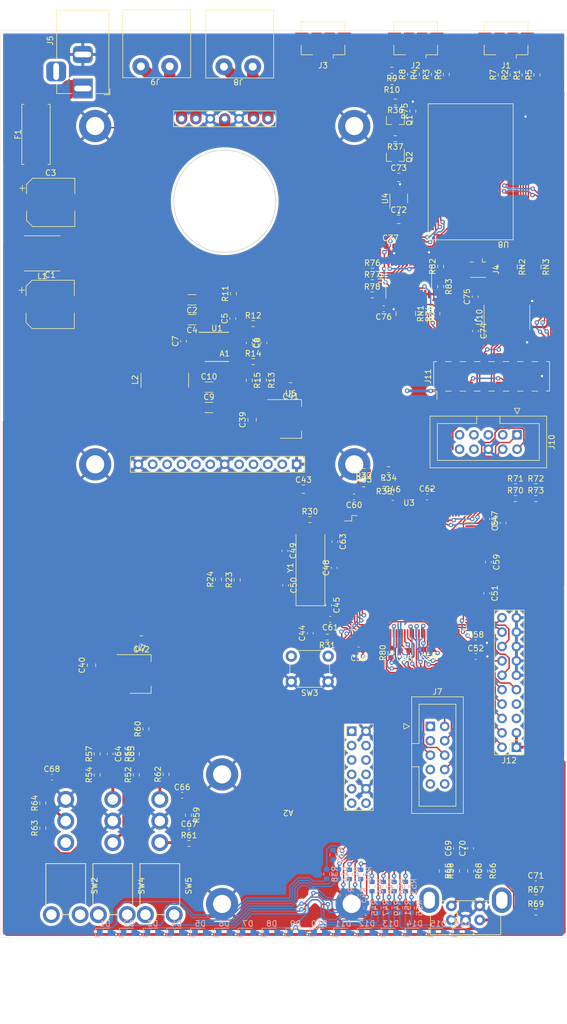
<source format=kicad_pcb>
(kicad_pcb (version 20210424) (generator pcbnew)

  (general
    (thickness 1.6)
  )

  (paper "A4")
  (layers
    (0 "F.Cu" signal)
    (31 "B.Cu" signal)
    (32 "B.Adhes" user "B.Adhesive")
    (33 "F.Adhes" user "F.Adhesive")
    (34 "B.Paste" user)
    (35 "F.Paste" user)
    (36 "B.SilkS" user "B.Silkscreen")
    (37 "F.SilkS" user "F.Silkscreen")
    (38 "B.Mask" user)
    (39 "F.Mask" user)
    (40 "Dwgs.User" user "User.Drawings")
    (41 "Cmts.User" user "User.Comments")
    (42 "Eco1.User" user "User.Eco1")
    (43 "Eco2.User" user "User.Eco2")
    (44 "Edge.Cuts" user)
    (45 "Margin" user)
    (46 "B.CrtYd" user "B.Courtyard")
    (47 "F.CrtYd" user "F.Courtyard")
    (48 "B.Fab" user)
    (49 "F.Fab" user)
  )

  (setup
    (stackup
      (layer "F.SilkS" (type "Top Silk Screen"))
      (layer "F.Paste" (type "Top Solder Paste"))
      (layer "F.Mask" (type "Top Solder Mask") (color "Green") (thickness 0.01))
      (layer "F.Cu" (type "copper") (thickness 0.035))
      (layer "dielectric 1" (type "core") (thickness 1.51) (material "FR4") (epsilon_r 4.5) (loss_tangent 0.02))
      (layer "B.Cu" (type "copper") (thickness 0.035))
      (layer "B.Mask" (type "Bottom Solder Mask") (color "Green") (thickness 0.01))
      (layer "B.Paste" (type "Bottom Solder Paste"))
      (layer "B.SilkS" (type "Bottom Silk Screen"))
      (copper_finish "None")
      (dielectric_constraints no)
    )
    (pad_to_mask_clearance 0)
    (pcbplotparams
      (layerselection 0x00010fc_ffffffff)
      (disableapertmacros false)
      (usegerberextensions false)
      (usegerberattributes true)
      (usegerberadvancedattributes true)
      (creategerberjobfile true)
      (svguseinch false)
      (svgprecision 6)
      (excludeedgelayer true)
      (plotframeref false)
      (viasonmask false)
      (mode 1)
      (useauxorigin false)
      (hpglpennumber 1)
      (hpglpenspeed 20)
      (hpglpendiameter 15.000000)
      (dxfpolygonmode true)
      (dxfimperialunits true)
      (dxfusepcbnewfont true)
      (psnegative false)
      (psa4output false)
      (plotreference true)
      (plotvalue true)
      (plotinvisibletext false)
      (sketchpadsonfab false)
      (subtractmaskfromsilk false)
      (outputformat 1)
      (mirror false)
      (drillshape 1)
      (scaleselection 1)
      (outputdirectory "")
    )
  )

  (net 0 "")
  (net 1 "/Power Supply/19V_ANALOG")
  (net 2 "/Processor/~RST")
  (net 3 "/Processor/GPIO_I2S_WS")
  (net 4 "/Processor/SWCLK")
  (net 5 "/Front/MIC2")
  (net 6 "/Front/MIC1")
  (net 7 "+5V")
  (net 8 "/Processor/GPIO_I2S_SDO")
  (net 9 "/Processor/SWDIO")
  (net 10 "/Front/BT2")
  (net 11 "/Front/BT1")
  (net 12 "GND")
  (net 13 "Net-(R58-Pad2)")
  (net 14 "Net-(R59-Pad2)")
  (net 15 "/Front/PWR")
  (net 16 "Net-(D1-Pad1)")
  (net 17 "Net-(C1-Pad1)")
  (net 18 "/Front/ENC_SW")
  (net 19 "Net-(C5-Pad1)")
  (net 20 "Net-(C6-Pad1)")
  (net 21 "Net-(C7-Pad1)")
  (net 22 "Net-(C7-Pad2)")
  (net 23 "Net-(C8-Pad1)")
  (net 24 "+3.3VA")
  (net 25 "Net-(F1-Pad2)")
  (net 26 "Net-(J1-Pad1)")
  (net 27 "Net-(J1-Pad2)")
  (net 28 "Net-(J1-Pad3)")
  (net 29 "/Processor/GPIO_I2S_SDI")
  (net 30 "Net-(J2-Pad1)")
  (net 31 "Net-(J2-Pad2)")
  (net 32 "Net-(J2-Pad3)")
  (net 33 "/Processor/GPIO_I2S_CK")
  (net 34 "/Front/ENC_A")
  (net 35 "Net-(J3-Pad2)")
  (net 36 "Net-(J3-Pad3)")
  (net 37 "/Front/ENC_B")
  (net 38 "unconnected-(J1-Pad4)")
  (net 39 "/Processor/USB1_DETECT")
  (net 40 "/Processor/USB1_DM")
  (net 41 "/Processor/USB2_DETECT")
  (net 42 "/Processor/USB2_DM")
  (net 43 "/Processor/USB1_DP")
  (net 44 "/Processor/USB2_DP")
  (net 45 "/Bluetooth/USB3_DM")
  (net 46 "/Bluetooth/USB3_DP")
  (net 47 "Net-(R11-Pad1)")
  (net 48 "Net-(R13-Pad1)")
  (net 49 "unconnected-(J2-Pad4)")
  (net 50 "Net-(D2-Pad1)")
  (net 51 "unconnected-(J3-Pad1)")
  (net 52 "/Processor/GPIO_I2S_MCK")
  (net 53 "Net-(J4-Pad1)")
  (net 54 "Net-(R79-Pad1)")
  (net 55 "unconnected-(J3-Pad4)")
  (net 56 "/Processor/GPIO_SPI_MISO")
  (net 57 "/Processor/EXT_READY")
  (net 58 "/Processor/GPIO_SPI_SCK")
  (net 59 "/Processor/GPIO_SPI_~SS")
  (net 60 "unconnected-(J5-Pad3)")
  (net 61 "Net-(D3-Pad1)")
  (net 62 "/Processor/AMP_READY")
  (net 63 "+3V3")
  (net 64 "/Front/FRONT_MOSI")
  (net 65 "/Front/FRONT_RCLK")
  (net 66 "Net-(C49-Pad2)")
  (net 67 "Net-(C50-Pad2)")
  (net 68 "/Bluetooth/SCL_1V8")
  (net 69 "/Front/FRONT_~RST")
  (net 70 "/Front/FRONT_SCLK")
  (net 71 "unconnected-(J7-Pad7)")
  (net 72 "/Front/IR")
  (net 73 "unconnected-(J7-Pad9)")
  (net 74 "unconnected-(J7-Pad10)")
  (net 75 "unconnected-(J10-Pad3)")
  (net 76 "unconnected-(J10-Pad5)")
  (net 77 "unconnected-(J10-Pad7)")
  (net 78 "unconnected-(J10-Pad8)")
  (net 79 "unconnected-(J10-Pad9)")
  (net 80 "unconnected-(J10-Pad10)")
  (net 81 "/Bluetooth/SDO")
  (net 82 "/Bluetooth/SDI")
  (net 83 "/Bluetooth/CK")
  (net 84 "/Bluetooth/WS")
  (net 85 "/Bluetooth/SPI{slash}~PCM")
  (net 86 "/Bluetooth/MFB")
  (net 87 "/Bluetooth/SCL")
  (net 88 "/Bluetooth/SDA")
  (net 89 "/Processor/~SPK_FAULT")
  (net 90 "Net-(C52-Pad1)")
  (net 91 "/Front/VOL0")
  (net 92 "/Front/VOL1")
  (net 93 "/Front/VOL2")
  (net 94 "/Front/VOL3")
  (net 95 "/Front/VOL4")
  (net 96 "/Front/VOL5")
  (net 97 "/Front/VOL6")
  (net 98 "/Front/VOL7")
  (net 99 "/Bluetooth/SDA_1V8")
  (net 100 "Net-(C54-Pad1)")
  (net 101 "/Front/VOL8")
  (net 102 "/Front/VOL9")
  (net 103 "/Front/VOL10")
  (net 104 "/Front/VOL11")
  (net 105 "/Front/VOL12")
  (net 106 "/Front/VOL13")
  (net 107 "/Front/VOL14")
  (net 108 "/Front/VOL15")
  (net 109 "/Bluetooth/P18")
  (net 110 "/Bluetooth/P21")
  (net 111 "/Bluetooth/P31")
  (net 112 "/Bluetooth/P8")
  (net 113 "/Bluetooth/P9")
  (net 114 "/Bluetooth/P29")
  (net 115 "/Bluetooth/P30")
  (net 116 "Net-(J11-Pad8)")
  (net 117 "Net-(J11-Pad10)")
  (net 118 "/Bluetooth/MFB_")
  (net 119 "Net-(J11-Pad6)")
  (net 120 "Net-(R52-Pad2)")
  (net 121 "Net-(D4-Pad1)")
  (net 122 "Net-(R54-Pad2)")
  (net 123 "Net-(J11-Pad12)")
  (net 124 "Net-(J11-Pad14)")
  (net 125 "unconnected-(SW2-Pad1)")
  (net 126 "/Processor/GPIO_SPI_MOSI")
  (net 127 "unconnected-(U3-Pad8)")
  (net 128 "unconnected-(U3-Pad9)")
  (net 129 "unconnected-(U3-Pad19)")
  (net 130 "/Bluetooth/3V3_BT")
  (net 131 "unconnected-(U3-Pad20)")
  (net 132 "unconnected-(U3-Pad21)")
  (net 133 "unconnected-(U3-Pad22)")
  (net 134 "unconnected-(U3-Pad70)")
  (net 135 "/Bluetooth/1V8_BT")
  (net 136 "/Bluetooth/SDO_3V3")
  (net 137 "unconnected-(U3-Pad77)")
  (net 138 "/Bluetooth/P29_1V8")
  (net 139 "/Bluetooth/P30_1V8")
  (net 140 "/Bluetooth/P18_1V8")
  (net 141 "/Bluetooth/P31_1V8")
  (net 142 "/Bluetooth/P8_1V8")
  (net 143 "/Bluetooth/P9_1V8")
  (net 144 "/Bluetooth/P21_1V8")
  (net 145 "/Bluetooth/SPI{slash}~PCM_1V8")
  (net 146 "/Bluetooth/SDO_1V8")
  (net 147 "unconnected-(U3-Pad78)")
  (net 148 "/Bluetooth/SDI_1V8")
  (net 149 "unconnected-(U3-Pad79)")
  (net 150 "Net-(RN1-Pad1)")
  (net 151 "Net-(RN1-Pad2)")
  (net 152 "Net-(RN1-Pad3)")
  (net 153 "Net-(RN1-Pad4)")
  (net 154 "Net-(RN2-Pad5)")
  (net 155 "Net-(R32-Pad2)")
  (net 156 "Net-(RN2-Pad6)")
  (net 157 "unconnected-(U3-Pad80)")
  (net 158 "unconnected-(U3-Pad81)")
  (net 159 "unconnected-(U3-Pad82)")
  (net 160 "unconnected-(U3-Pad85)")
  (net 161 "/Bluetooth/CK_1V8")
  (net 162 "/Bluetooth/WS_1V8")
  (net 163 "Net-(R60-Pad2)")
  (net 164 "Net-(D5-Pad1)")
  (net 165 "Net-(R63-Pad2)")
  (net 166 "Net-(D6-Pad1)")
  (net 167 "Net-(D7-Pad1)")
  (net 168 "Net-(D8-Pad1)")
  (net 169 "Net-(D9-Pad1)")
  (net 170 "Net-(D10-Pad1)")
  (net 171 "Net-(D11-Pad1)")
  (net 172 "Net-(D12-Pad1)")
  (net 173 "Net-(D13-Pad1)")
  (net 174 "Net-(D14-Pad1)")
  (net 175 "Net-(D15-Pad1)")
  (net 176 "Net-(D16-Pad1)")
  (net 177 "Net-(RN2-Pad7)")
  (net 178 "unconnected-(U3-Pad86)")
  (net 179 "unconnected-(U3-Pad87)")
  (net 180 "unconnected-(U3-Pad88)")
  (net 181 "unconnected-(U3-Pad89)")
  (net 182 "unconnected-(U3-Pad90)")
  (net 183 "unconnected-(U3-Pad91)")
  (net 184 "unconnected-(U3-Pad92)")
  (net 185 "unconnected-(U3-Pad93)")
  (net 186 "unconnected-(U3-Pad97)")
  (net 187 "unconnected-(U3-Pad98)")
  (net 188 "unconnected-(U3-Pad99)")
  (net 189 "unconnected-(U3-Pad100)")
  (net 190 "/Bluetooth/P17")
  (net 191 "/Bluetooth/P16")
  (net 192 "unconnected-(U3-Pad101)")
  (net 193 "/Bluetooth/P6")
  (net 194 "/Bluetooth/P7")
  (net 195 "unconnected-(U3-Pad124)")
  (net 196 "Net-(R66-Pad2)")
  (net 197 "unconnected-(U3-Pad132)")
  (net 198 "Net-(R67-Pad2)")
  (net 199 "unconnected-(U3-Pad133)")
  (net 200 "unconnected-(U3-Pad134)")
  (net 201 "Net-(R30-Pad2)")
  (net 202 "Net-(R80-Pad2)")
  (net 203 "Net-(R82-Pad1)")
  (net 204 "Net-(R83-Pad1)")
  (net 205 "unconnected-(U3-Pad135)")
  (net 206 "unconnected-(U3-Pad139)")
  (net 207 "/Processor/~SPK_SD")
  (net 208 "unconnected-(U3-Pad140)")
  (net 209 "unconnected-(U4-Pad4)")
  (net 210 "unconnected-(U8-Pad12)")
  (net 211 "unconnected-(U8-Pad16)")
  (net 212 "unconnected-(U8-Pad17)")
  (net 213 "unconnected-(U8-Pad20)")
  (net 214 "Net-(RN2-Pad8)")
  (net 215 "Net-(RN3-Pad5)")
  (net 216 "unconnected-(U8-Pad24)")
  (net 217 "unconnected-(U8-Pad28)")
  (net 218 "Net-(RN3-Pad6)")
  (net 219 "Net-(RN3-Pad7)")
  (net 220 "Net-(RN3-Pad8)")
  (net 221 "unconnected-(U8-Pad29)")
  (net 222 "unconnected-(U8-Pad30)")
  (net 223 "unconnected-(U8-Pad31)")
  (net 224 "unconnected-(U8-Pad32)")
  (net 225 "unconnected-(U8-Pad33)")
  (net 226 "/Bluetooth/P17_1V8")
  (net 227 "/Bluetooth/P16_1V8")
  (net 228 "/Bluetooth/P7_1V8")
  (net 229 "/Bluetooth/P6_1V8")
  (net 230 "unconnected-(U8-Pad34)")
  (net 231 "unconnected-(U8-Pad35)")
  (net 232 "unconnected-(U8-Pad36)")
  (net 233 "unconnected-(U8-Pad39)")
  (net 234 "unconnected-(U9-Pad9)")
  (net 235 "unconnected-(U9-Pad10)")
  (net 236 "Net-(A1-Pad13)")
  (net 237 "Net-(A1-Pad14)")
  (net 238 "Net-(A1-Pad18)")
  (net 239 "Net-(A1-Pad19)")
  (net 240 "/Headphone Amplifier/SDA")
  (net 241 "/Headphone Amplifier/SCL")
  (net 242 "/Headphone Amplifier/MCLK")
  (net 243 "/Processor/AMP_I2S_CK")
  (net 244 "/Headphone Amplifier/SDI")
  (net 245 "/Headphone Amplifier/WS")
  (net 246 "/Headphone Amplifier/SCK")
  (net 247 "/Headphone Amplifier/SDO")
  (net 248 "/Headphone Amplifier/HP_DETECT")

  (footprint "Resistor_SMD:R_0603_1608Metric" (layer "F.Cu") (at 137.4 32.725 90))

  (footprint "Resistor_SMD:R_0603_1608Metric" (layer "F.Cu") (at 139.45 32.725 90))

  (footprint "Resistor_SMD:R_0603_1608Metric" (layer "F.Cu") (at 143.7 32.725 90))

  (footprint "Resistor_SMD:R_0603_1608Metric" (layer "F.Cu") (at 157.6 32.8 90))

  (footprint "Connector_USB:USB_Micro-B_Amphenol_10104110_Horizontal" (layer "F.Cu") (at 138.3 27.6 180))

  (footprint "Package_QFP:LQFP-144_20x20mm_P0.5mm" (layer "F.Cu") (at 137.13 120.66))

  (footprint "Connector_USB:USB_Micro-B_Amphenol_10104110_Horizontal" (layer "F.Cu") (at 121.95 27.6 180))

  (footprint "Resistor_SMD:R_0603_1608Metric" (layer "F.Cu") (at 159.7 32.8 90))

  (footprint "Resistor_SMD:R_0603_1608Metric" (layer "F.Cu") (at 153.4 32.8 90))

  (footprint "Resistor_SMD:R_0603_1608Metric" (layer "F.Cu") (at 134.1 31.98 180))

  (footprint "Resistor_SMD:R_0603_1608Metric" (layer "F.Cu") (at 155.5 32.8 90))

  (footprint "Resistor_SMD:R_0603_1608Metric" (layer "F.Cu") (at 141.6 32.725 90))

  (footprint "Package_SO:Diodes_SO-8EP" (layer "F.Cu") (at 103.23 80.79))

  (footprint "Connector_USB:USB_Micro-B_Amphenol_10104110_Horizontal" (layer "F.Cu") (at 154.25 27.6 180))

  (footprint "Resistor_SMD:R_0603_1608Metric" (layer "F.Cu") (at 134.1 34 180))

  (footprint "Connector_BarrelJack:BarrelJack_Horizontal" (layer "F.Cu") (at 79.5575 35.2 -90))

  (footprint "Capacitor_SMD:C_0603_1608Metric" (layer "F.Cu") (at 106.03 75.79 90))

  (footprint "Capacitor_SMD:C_0603_1608Metric" (layer "F.Cu") (at 97.33 79.79 90))

  (footprint "Resistor_SMD:R_0603_1608Metric" (layer "F.Cu") (at 106.13 71.39 90))

  (footprint "Resistor_SMD:R_0603_1608Metric" (layer "F.Cu") (at 109.63 76.69))

  (footprint "Resistor_SMD:R_0603_1608Metric" (layer "F.Cu") (at 111.43 86.69 -90))

  (footprint "Resistor_SMD:R_0603_1608Metric" (layer "F.Cu") (at 109.63 83.39))

  (footprint "Resistor_SMD:R_0603_1608Metric" (layer "F.Cu") (at 108.93 86.69 -90))

  (footprint "Capacitor_SMD:CP_Elec_8x10" (layer "F.Cu") (at 73.8 73.3))

  (footprint "Capacitor_SMD:C_1206_3216Metric" (layer "F.Cu") (at 98.83 72.49 180))

  (footprint "Capacitor_SMD:CP_Elec_8x10" (layer "F.Cu") (at 73.9 55.3))

  (footprint "Capacitor_SMD:C_1206_3216Metric" (layer "F.Cu") (at 98.83 75.99 180))

  (footprint "Inductor_SMD:L_Bourns-SRN8040_8x8.15mm" (layer "F.Cu") (at 94.03 86.69 90))

  (footprint "Inductor_SMD:L_Taiyo-Yuden_NR-60xx" (layer "F.Cu") (at 72.4 64.3 180))

  (footprint "Package_TO_SOT_SMD:SOT-223-3_TabPin2" (layer "F.Cu") (at 116.25 93.5))

  (footprint "HackAmp-Footprints:CSRA64215" (layer "F.Cu") (at 148 49.9 180))

  (footprint "Resistor_SMD:R_0603_1608Metric" (layer "F.Cu") (at 159.5 178))

  (footprint "Resistor_SMD:R_0603_1608Metric" (layer "F.Cu") (at 133.53 102.46 180))

  (footprint "HackAmp-Footprints:TE_796638-2_1x02_P5.08mm_Horizontal" (layer "F.Cu") (at 109.54 31.35 180))

  (footprint "Capacitor_SMD:C_0603_1608Metric" (layer "F.Cu") (at 132.657 74.066544 180))

  (footprint "Capacitor_SMD:C_0805_2012Metric" (layer "F.Cu") (at 118.5 105.9))

  (footprint "Capacitor_SMD:C_0805_2012Metric" (layer "F.Cu") (at 109.44 93.65 90))

  (footprint "Capacitor_SMD:C_0603_1608Metric" (layer "F.Cu") (at 148.9 135.4))

  (footprint "Connector_PinHeader_2.54mm:PinHeader_2x10_P2.54mm_Vertical" (layer "F.Cu") (at 156.075 151.425 180))

  (footprint "Capacitor_SMD:C_0805_2012Metric" (layer "F.Cu")
    (tedit 5F68FEEE) (tstamp 1e4fda04-580f-4aba-abb5-b57d482a58d5)
    (at 135.31 58.3)
    (descr "Capacitor SMD 0805 (2012 Metric), square (rectangular) end terminal, IPC_7351 nominal, (Body size source: IPC-SM-782 page 76, https://www.pcb-3d.com/wordpress/wp-content/uploads/ipc-sm-782a_amendment_1_and_2.pdf, https://docs.google.com/spreadsheets/d/1BsfQQcO9C6DZCsRaXUlFlo91Tg2WpOkGARC1WS5S8t0/edit?usp=sharing), generated with kicad-footprint-generator")
    (tags "capacitor")
    (property "Mouser" "963-LMK212F106ZG-T")
    (property "Part Name" "Taiyo Yuden LMK212F106ZG-T")
    (property "Sheetfile" "bluetooth.kicad_sch")
    (property "Sheetname" "Bluetooth")
    (path "/00000000-0000-0000-0000-00005fa5bdb1/dc69d5a4-5139-45a4-88c0-d6160da24091")
    (attr smd)
    (fp_text reference "C72" (at 0 -1.68) (layer "F.SilkS")
      (effects (font (size 1 1) (thickness 0.15)))
      (tstamp 9f4860fa-5d9d-4181-9535-12bc18714b4a)
    )
    (fp_text value "10uF" (at 0 1.68) (layer "F.Fab")
      (effects (font (size 1 1) (thickness 0.15)))
      (tstamp af21e6b1-4ef6-46a7-8197-193d84bed063)
    )
    (fp_text user "${REFERENCE}" (at 0 0) (layer "F.Fab")
      (effects (font (size 0.5 0.5) (thickness 0.08)))
      (tstamp e9b26a70-30e4-416f-b60f-fc08325cf495)
    )
    (fp_line (start -0.261252 -0.735) (end 0.261252 -0.735) (layer "F.SilkS") (width 0.12) (tstamp 331ffb9c-0915-4214-86c3-300f9599d81c))
    (fp_line (start -0.261252 0.735) (end 0.261252 0.735) (layer "F.SilkS") (width 0.12) (tstamp e1dffca1-dce5-4f6f-9e80-9a11b960a256))
    (fp_line (start 1.7 -0.98) (end 1.7 0.98) (layer "F.CrtYd") (width 0.05) (tstamp 450fb5bf-7547-4117-a6bc-3a90b70cad25))
    (fp_line (start 1.7 0.98) (end -1.7 0.98) (layer "F.CrtYd") (width 0.05) (tstamp 69450cd4-6320-4088-8793-ee03bc41a5da))
    (fp_line (start -1.7 0.98) (end -1.7 -0.98) (layer "F.CrtYd") (width 0.05) (tstamp 9130105f-b8c1-4bd5-b855-2555b27c4990))
    (fp_line (start -1.7 -0.98) (end 1.7 -0.98) (layer "F.CrtYd") (width 0.05) (tstamp d0ebdd66-eeaf-4168-bc84-ff1da4a35db4))
    (fp_line (start 1 0.625) (end -1 0.625) (layer "F.Fab") (width 0.1) (tstamp 512cb867-a8c7-43e6-87e5-b92813b5c789))
    (fp_line (start 1 -0.625) (end 1 0.625) (layer "F.Fab") (width 0.1) (tstamp 6bb6da2e-b1c4-4564-a1f4-67dbd54b7ffa))
    (fp_line (start -1 0.625) (end -1 -0.625) (layer "F.Fab") (width 0.1) (tstamp 974be869-a07d-4c00-a73d-20fa4d455de9))
    (fp_line (start -1 -0.625) (end 1 -0.625) (layer "F.Fab") (width 0.1) (tstamp fd5cbf2e-0389-472e-8f21-a399fff2297b))
    (pad "1" smd roundrect locked (at -0.95 0) (size 1 1.45) (layers "F.Cu" "F.Paste" "F.Mask") (roundrect_rratio 0.25)
      (net 130 "/Bluetooth/3V3_BT") (tstamp b74f39ab-89f9-40cd-99b7-6e32b392da47))
    (pad "2" smd roundrect locked (at 0.95 0) (size 1 1.45) (layers "F.Cu" "F.Paste" "F.Mask") (roundrect_rratio 0.25)
      (net 12 "GND") (tstamp 0d2dc590-a3a3-4dd3-bfe9-32447d308d20))
    (model "${KISYS3DMOD}/Capacitor_SMD.3dshapes/C_0805_2012Metric.wrl"
      (offset (xyz 0 0 0))
      (s
... [2058649 chars truncated]
</source>
